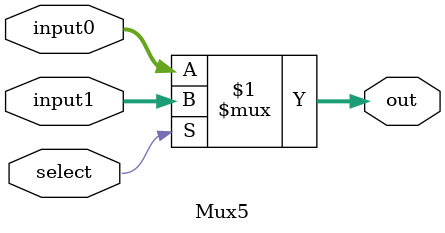
<source format=v>
`timescale 1ns / 1ps

// 5 位多路选择器 仅支持基本的MIPS指令

module Mux5(
    input select,
    input [4:0] input0,
    input [4:0] input1,
    output [4:0] out
    );

    assign out = select ? input1 : input0;
endmodule

</source>
